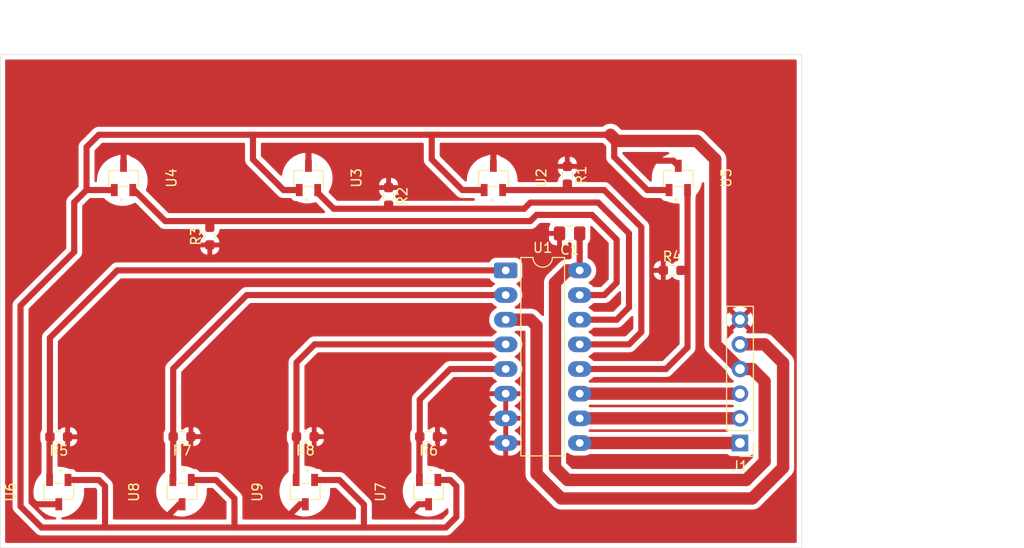
<source format=kicad_pcb>
(kicad_pcb (version 20241229) (generator "pcbnew") (generator_version "9.0")
  (layers (0 "F.Cu" signal) (2 "B.Cu" signal) (13 "F.Paste" user) (15 "B.Paste" user) (5 "F.SilkS" user "F.Silkscreen") (7 "B.SilkS" user "B.Silkscreen") (1 "F.Mask" user) (3 "B.Mask" user) (25 "Edge.Cuts" user))
  (net 0 "")
  (net 1 "+3.3V")
  (net 2 "GND")
  (net 3 "A")
  (net 4 "B")
  (net 5 "X")
  (net 6 "C")
  (net 7 "Net-(U1-X0)")
  (net 8 "Net-(U1-X1)")
  (net 9 "Net-(U1-X2)")
  (net 10 "Net-(U1-X3)")
  (net 11 "Net-(U1-X4)")
  (net 12 "Net-(U1-X5)")
  (net 13 "Net-(U1-X6)")
  (net 14 "Net-(U1-X7)")
  (footprint "Resistor_SMD:R_0603_1608Metric_Pad0.98x0.95mm_HandSolder" (layer "F.Cu") (at 84.455 65.405 -90)
    (property "Reference" "R2" (at 0 -1.43 90) (layer "F.SilkS"))
    (property "Value" "10k")
    (fp_line (start -0.254724 0.5225) (end 0.254724 0.5225) (stroke (width 0.12)) (layer "F.SilkS"))
    (fp_line (start -0.254724 -0.5225) (end 0.254724 -0.5225) (stroke (width 0.12)) (layer "F.SilkS"))
    (pad "1" smd roundrect (at -0.9125 0 270) (size 0.975 0.95) (layers "F.Cu" "F.Mask" "F.Paste") (net 2 "GND"))
    (pad "2" smd roundrect (at 0.9125 0 270) (size 0.975 0.95) (layers "F.Cu" "F.Mask" "F.Paste") (net 8 "Net-(U1-X1)"))
  )
  (footprint "easyeda2kicad:SOT-23-3_L2.9-W1.6-P1.90-LS2.8-BR-CW" (layer "F.Cu") (at 76.2 63.5 -90)
    (property "Reference" "U3" (at 0 -4.95 90) (layer "F.SilkS"))
    (property "Value" "SLSS49E-3")
    (fp_line (start -0.76 1.52) (end -0.76 0.51) (stroke (width 0.12)) (layer "F.SilkS"))
    (fp_line (start 0.89 1.52) (end -0.76 1.52) (stroke (width 0.12)) (layer "F.SilkS"))
    (fp_line (start 0.89 1.46) (end 0.89 1.52) (stroke (width 0.12)) (layer "F.SilkS"))
    (fp_line (start 0.89 -0.44) (end 0.89 0.43) (stroke (width 0.12)) (layer "F.SilkS"))
    (fp_line (start -0.76 -0.52) (end -0.76 -1.53) (stroke (width 0.12)) (layer "F.SilkS"))
    (fp_line (start -0.76 -1.53) (end 0.89 -1.53) (stroke (width 0.12)) (layer "F.SilkS"))
    (fp_line (start 0.89 -1.53) (end 0.89 -1.47) (stroke (width 0.12)) (layer "F.SilkS"))
    (fp_circle (center 2.23 0.2) (end 2.28 0.2) (stroke (width 0.12)) (fill no) (layer "F.SilkS"))
    (pad "1" smd rect (at 1.25 0.95 180) (size 0.7 1.25) (layers "F.Cu" "F.Mask" "F.Paste") (net 1 "+3.3V"))
    (pad "2" smd rect (at -1.25 0 180) (size 0.7 1.25) (layers "F.Cu" "F.Mask" "F.Paste") (net 2 "GND"))
    (pad "3" smd rect (at 1.25 -0.95 180) (size 0.7 1.25) (layers "F.Cu" "F.Mask" "F.Paste") (net 8 "Net-(U1-X1)"))
  )
  (footprint "Connector_PinHeader_2.54mm:PinHeader_1x06_P2.54mm_Vertical" (layer "F.Cu") (at 120.65 90.805 180)
    (property "Reference" "J1" (at 0 -2.38 0) (layer "F.SilkS"))
    (property "Value" "Conn_01x06_Pin")
    (fp_line (start 1.38 1.27) (end 1.38 14.08) (stroke (width 0.12)) (layer "F.SilkS"))
    (fp_line (start -1.38 14.08) (end 1.38 14.08) (stroke (width 0.12)) (layer "F.SilkS"))
    (fp_line (start -1.38 1.27) (end 1.38 1.27) (stroke (width 0.12)) (layer "F.SilkS"))
    (fp_line (start -1.38 1.27) (end -1.38 14.08) (stroke (width 0.12)) (layer "F.SilkS"))
    (fp_line (start -1.38 0) (end -1.38 -1.38) (stroke (width 0.12)) (layer "F.SilkS"))
    (fp_line (start -1.38 -1.38) (end 0 -1.38) (stroke (width 0.12)) (layer "F.SilkS"))
    (pad "1" thru_hole rect (at 0 0 180) (size 1.7 1.7) (drill 1) (layers "*.Cu" "*.Mask") (net 6 "C"))
    (pad "2" thru_hole circle (at 0 2.54 180) (size 1.7 1.7) (drill 1) (layers "*.Cu" "*.Mask") (net 4 "B"))
    (pad "3" thru_hole circle (at 0 5.08 180) (size 1.7 1.7) (drill 1) (layers "*.Cu" "*.Mask") (net 3 "A"))
    (pad "4" thru_hole circle (at 0 7.62 180) (size 1.7 1.7) (drill 1) (layers "*.Cu" "*.Mask") (net 1 "+3.3V"))
    (pad "5" thru_hole circle (at 0 10.16 180) (size 1.7 1.7) (drill 1) (layers "*.Cu" "*.Mask") (net 5 "X"))
    (pad "6" thru_hole circle (at 0 12.7 180) (size 1.7 1.7) (drill 1) (layers "*.Cu" "*.Mask") (net 2 "GND"))
  )
  (footprint "Resistor_SMD:R_0603_1608Metric_Pad0.98x0.95mm_HandSolder" (layer "F.Cu") (at 88.58 90.15 180)
    (property "Reference" "R6" (at 0 -1.43 0) (layer "F.SilkS"))
    (property "Value" "10k")
    (fp_line (start -0.254724 0.5225) (end 0.254724 0.5225) (stroke (width 0.12)) (layer "F.SilkS"))
    (fp_line (start -0.254724 -0.5225) (end 0.254724 -0.5225) (stroke (width 0.12)) (layer "F.SilkS"))
    (pad "1" smd roundrect (at -0.9125 0 180) (size 0.975 0.95) (layers "F.Cu" "F.Mask" "F.Paste") (net 2 "GND"))
    (pad "2" smd roundrect (at 0.9125 0 180) (size 0.975 0.95) (layers "F.Cu" "F.Mask" "F.Paste") (net 12 "Net-(U1-X5)"))
  )
  (footprint "easyeda2kicad:SOT-23-3_L2.9-W1.6-P1.90-LS2.8-BR-CW" (layer "F.Cu") (at 95.25 63.5 -90)
    (property "Reference" "U2" (at 0 -4.95 90) (layer "F.SilkS"))
    (property "Value" "SLSS49E-3")
    (fp_line (start -0.76 1.52) (end -0.76 0.51) (stroke (width 0.12)) (layer "F.SilkS"))
    (fp_line (start 0.89 1.52) (end -0.76 1.52) (stroke (width 0.12)) (layer "F.SilkS"))
    (fp_line (start 0.89 1.46) (end 0.89 1.52) (stroke (width 0.12)) (layer "F.SilkS"))
    (fp_line (start 0.89 -0.44) (end 0.89 0.43) (stroke (width 0.12)) (layer "F.SilkS"))
    (fp_line (start -0.76 -0.52) (end -0.76 -1.53) (stroke (width 0.12)) (layer "F.SilkS"))
    (fp_line (start -0.76 -1.53) (end 0.89 -1.53) (stroke (width 0.12)) (layer "F.SilkS"))
    (fp_line (start 0.89 -1.53) (end 0.89 -1.47) (stroke (width 0.12)) (layer "F.SilkS"))
    (fp_circle (center 2.23 0.2) (end 2.28 0.2) (stroke (width 0.12)) (fill no) (layer "F.SilkS"))
    (pad "1" smd rect (at 1.25 0.95 180) (size 0.7 1.25) (layers "F.Cu" "F.Mask" "F.Paste") (net 1 "+3.3V"))
    (pad "2" smd rect (at -1.25 0 180) (size 0.7 1.25) (layers "F.Cu" "F.Mask" "F.Paste") (net 2 "GND"))
    (pad "3" smd rect (at 1.25 -0.95 180) (size 0.7 1.25) (layers "F.Cu" "F.Mask" "F.Paste") (net 7 "Net-(U1-X0)"))
  )
  (footprint "Resistor_SMD:R_0603_1608Metric_Pad0.98x0.95mm_HandSolder" (layer "F.Cu") (at 50.48 90.17 180)
    (property "Reference" "R5" (at 0 -1.43 0) (layer "F.SilkS"))
    (property "Value" "10k")
    (fp_line (start -0.254724 0.5225) (end 0.254724 0.5225) (stroke (width 0.12)) (layer "F.SilkS"))
    (fp_line (start -0.254724 -0.5225) (end 0.254724 -0.5225) (stroke (width 0.12)) (layer "F.SilkS"))
    (pad "1" smd roundrect (at -0.9125 0 180) (size 0.975 0.95) (layers "F.Cu" "F.Mask" "F.Paste") (net 2 "GND"))
    (pad "2" smd roundrect (at 0.9125 0 180) (size 0.975 0.95) (layers "F.Cu" "F.Mask" "F.Paste") (net 11 "Net-(U1-X4)"))
  )
  (footprint "easyeda2kicad:SOT-23-3_L2.9-W1.6-P1.90-LS2.8-BR-CW" (layer "F.Cu") (at 50.48 95.865 90)
    (property "Reference" "U6" (at 0 -4.95 90) (layer "F.SilkS"))
    (property "Value" "SLSS49E-3")
    (fp_line (start 0.89 -1.53) (end 0.89 -1.47) (stroke (width 0.12)) (layer "F.SilkS"))
    (fp_line (start -0.76 -1.53) (end 0.89 -1.53) (stroke (width 0.12)) (layer "F.SilkS"))
    (fp_line (start -0.76 -0.52) (end -0.76 -1.53) (stroke (width 0.12)) (layer "F.SilkS"))
    (fp_line (start 0.89 -0.44) (end 0.89 0.43) (stroke (width 0.12)) (layer "F.SilkS"))
    (fp_line (start 0.89 1.46) (end 0.89 1.52) (stroke (width 0.12)) (layer "F.SilkS"))
    (fp_line (start 0.89 1.52) (end -0.76 1.52) (stroke (width 0.12)) (layer "F.SilkS"))
    (fp_line (start -0.76 1.52) (end -0.76 0.51) (stroke (width 0.12)) (layer "F.SilkS"))
    (fp_circle (center 2.23 0.2) (end 2.28 0.2) (stroke (width 0.12)) (fill no) (layer "F.SilkS"))
    (pad "1" smd rect (at 1.25 0.95) (size 0.7 1.25) (layers "F.Cu" "F.Mask" "F.Paste") (net 1 "+3.3V"))
    (pad "2" smd rect (at -1.25 0) (size 0.7 1.25) (layers "F.Cu" "F.Mask" "F.Paste") (net 2 "GND"))
    (pad "3" smd rect (at 1.25 -0.95) (size 0.7 1.25) (layers "F.Cu" "F.Mask" "F.Paste") (net 11 "Net-(U1-X4)"))
  )
  (footprint "Capacitor_SMD:C_0805_2012Metric_Pad1.18x1.45mm_HandSolder" (layer "F.Cu") (at 103.1025 69.215 180)
    (property "Reference" "C1" (at 0 -1.68 0) (layer "F.SilkS"))
    (property "Value" "C")
    (fp_line (start -0.261252 0.735) (end 0.261252 0.735) (stroke (width 0.12)) (layer "F.SilkS"))
    (fp_line (start -0.261252 -0.735) (end 0.261252 -0.735) (stroke (width 0.12)) (layer "F.SilkS"))
    (pad "1" smd roundrect (at -1.0375 0 180) (size 1.175 1.45) (layers "F.Cu" "F.Mask" "F.Paste") (roundrect_rratio 0.212766) (net 1 "+3.3V"))
    (pad "2" smd roundrect (at 1.0375 0 180) (size 1.175 1.45) (layers "F.Cu" "F.Mask" "F.Paste") (roundrect_rratio 0.212766) (net 2 "GND"))
  )
  (footprint "Resistor_SMD:R_0603_1608Metric_Pad0.98x0.95mm_HandSolder" (layer "F.Cu") (at 113.665 73.025)
    (property "Reference" "R4" (at 0 -1.43 0) (layer "F.SilkS"))
    (property "Value" "10k")
    (fp_line (start -0.254724 -0.5225) (end 0.254724 -0.5225) (stroke (width 0.12)) (layer "F.SilkS"))
    (fp_line (start -0.254724 0.5225) (end 0.254724 0.5225) (stroke (width 0.12)) (layer "F.SilkS"))
    (pad "1" smd roundrect (at -0.9125 0) (size 0.975 0.95) (layers "F.Cu" "F.Mask" "F.Paste") (net 2 "GND"))
    (pad "2" smd roundrect (at 0.9125 0) (size 0.975 0.95) (layers "F.Cu" "F.Mask" "F.Paste") (net 10 "Net-(U1-X3)"))
  )
  (footprint "easyeda2kicad:SOT-23-3_L2.9-W1.6-P1.90-LS2.8-BR-CW" (layer "F.Cu") (at 63.18 95.865 90)
    (property "Reference" "U8" (at 0 -4.95 90) (layer "F.SilkS"))
    (property "Value" "SLSS49E-3")
    (fp_line (start 0.89 -1.53) (end 0.89 -1.47) (stroke (width 0.12)) (layer "F.SilkS"))
    (fp_line (start -0.76 -1.53) (end 0.89 -1.53) (stroke (width 0.12)) (layer "F.SilkS"))
    (fp_line (start -0.76 -0.52) (end -0.76 -1.53) (stroke (width 0.12)) (layer "F.SilkS"))
    (fp_line (start 0.89 -0.44) (end 0.89 0.43) (stroke (width 0.12)) (layer "F.SilkS"))
    (fp_line (start 0.89 1.46) (end 0.89 1.52) (stroke (width 0.12)) (layer "F.SilkS"))
    (fp_line (start 0.89 1.52) (end -0.76 1.52) (stroke (width 0.12)) (layer "F.SilkS"))
    (fp_line (start -0.76 1.52) (end -0.76 0.51) (stroke (width 0.12)) (layer "F.SilkS"))
    (fp_circle (center 2.23 0.2) (end 2.28 0.2) (stroke (width 0.12)) (fill no) (layer "F.SilkS"))
    (pad "1" smd rect (at 1.25 0.95) (size 0.7 1.25) (layers "F.Cu" "F.Mask" "F.Paste") (net 1 "+3.3V"))
    (pad "2" smd rect (at -1.25 0) (size 0.7 1.25) (layers "F.Cu" "F.Mask" "F.Paste") (net 2 "GND"))
    (pad "3" smd rect (at 1.25 -0.95) (size 0.7 1.25) (layers "F.Cu" "F.Mask" "F.Paste") (net 13 "Net-(U1-X6)"))
  )
  (footprint "Resistor_SMD:R_0603_1608Metric_Pad0.98x0.95mm_HandSolder" (layer "F.Cu") (at 66.04 69.4925 90)
    (property "Reference" "R3" (at 0 -1.43 90) (layer "F.SilkS"))
    (property "Value" "10k")
    (fp_line (start -0.254724 -0.5225) (end 0.254724 -0.5225) (stroke (width 0.12)) (layer "F.SilkS"))
    (fp_line (start -0.254724 0.5225) (end 0.254724 0.5225) (stroke (width 0.12)) (layer "F.SilkS"))
    (pad "1" smd roundrect (at -0.9125 0 90) (size 0.975 0.95) (layers "F.Cu" "F.Mask" "F.Paste") (net 2 "GND"))
    (pad "2" smd roundrect (at 0.9125 0 90) (size 0.975 0.95) (layers "F.Cu" "F.Mask" "F.Paste") (net 9 "Net-(U1-X2)"))
  )
  (footprint "easyeda2kicad:SOT-23-3_L2.9-W1.6-P1.90-LS2.8-BR-CW" (layer "F.Cu") (at 114.3 63.5 -90)
    (property "Reference" "U5" (at 0 -4.95 90) (layer "F.SilkS"))
    (property "Value" "SLSS49E-3")
    (fp_line (start -0.76 1.52) (end -0.76 0.51) (stroke (width 0.12)) (layer "F.SilkS"))
    (fp_line (start 0.89 1.52) (end -0.76 1.52) (stroke (width 0.12)) (layer "F.SilkS"))
    (fp_line (start 0.89 1.46) (end 0.89 1.52) (stroke (width 0.12)) (layer "F.SilkS"))
    (fp_line (start 0.89 -0.44) (end 0.89 0.43) (stroke (width 0.12)) (layer "F.SilkS"))
    (fp_line (start -0.76 -0.52) (end -0.76 -1.53) (stroke (width 0.12)) (layer "F.SilkS"))
    (fp_line (start -0.76 -1.53) (end 0.89 -1.53) (stroke (width 0.12)) (layer "F.SilkS"))
    (fp_line (start 0.89 -1.53) (end 0.89 -1.47) (stroke (width 0.12)) (layer "F.SilkS"))
    (fp_circle (center 2.23 0.2) (end 2.28 0.2) (stroke (width 0.12)) (fill no) (layer "F.SilkS"))
    (pad "1" smd rect (at 1.25 0.95 180) (size 0.7 1.25) (layers "F.Cu" "F.Mask" "F.Paste") (net 1 "+3.3V"))
    (pad "2" smd rect (at -1.25 0 180) (size 0.7 1.25) (layers "F.Cu" "F.Mask" "F.Paste") (net 2 "GND"))
    (pad "3" smd rect (at 1.25 -0.95 180) (size 0.7 1.25) (layers "F.Cu" "F.Mask" "F.Paste") (net 10 "Net-(U1-X3)"))
  )
  (footprint "easyeda2kicad:SOT-23-3_L2.9-W1.6-P1.90-LS2.8-BR-CW" (layer "F.Cu") (at 57.15 63.5 -90)
    (property "Reference" "U4" (at 0 -4.95 90) (layer "F.SilkS"))
    (property "Value" "SLSS49E-3")
    (fp_line (start -0.76 1.52) (end -0.76 0.51) (stroke (width 0.12)) (layer "F.SilkS"))
    (fp_line (start 0.89 1.52) (end -0.76 1.52) (stroke (width 0.12)) (layer "F.SilkS"))
    (fp_line (start 0.89 1.46) (end 0.89 1.52) (stroke (width 0.12)) (layer "F.SilkS"))
    (fp_line (start 0.89 -0.44) (end 0.89 0.43) (stroke (width 0.12)) (layer "F.SilkS"))
    (fp_line (start -0.76 -0.52) (end -0.76 -1.53) (stroke (width 0.12)) (layer "F.SilkS"))
    (fp_line (start -0.76 -1.53) (end 0.89 -1.53) (stroke (width 0.12)) (layer "F.SilkS"))
    (fp_line (start 0.89 -1.53) (end 0.89 -1.47) (stroke (width 0.12)) (layer "F.SilkS"))
    (fp_circle (center 2.23 0.2) (end 2.28 0.2) (stroke (width 0.12)) (fill no) (layer "F.SilkS"))
    (pad "1" smd rect (at 1.25 0.95 180) (size 0.7 1.25) (layers "F.Cu" "F.Mask" "F.Paste") (net 1 "+3.3V"))
    (pad "2" smd rect (at -1.25 0 180) (size 0.7 1.25) (layers "F.Cu" "F.Mask" "F.Paste") (net 2 "GND"))
    (pad "3" smd rect (at 1.25 -0.95 180) (size 0.7 1.25) (layers "F.Cu" "F.Mask" "F.Paste") (net 9 "Net-(U1-X2)"))
  )
  (footprint "easyeda2kicad:SOT-23-3_L2.9-W1.6-P1.90-LS2.8-BR-CW" (layer "F.Cu") (at 88.58 95.865 90)
    (property "Reference" "U7" (at 0 -4.95 90) (layer "F.SilkS"))
    (property "Value" "SLSS49E-3")
    (fp_line (start 0.89 -1.53) (end 0.89 -1.47) (stroke (width 0.12)) (layer "F.SilkS"))
    (fp_line (start -0.76 -1.53) (end 0.89 -1.53) (stroke (width 0.12)) (layer "F.SilkS"))
    (fp_line (start -0.76 -0.52) (end -0.76 -1.53) (stroke (width 0.12)) (layer "F.SilkS"))
    (fp_line (start 0.89 -0.44) (end 0.89 0.43) (stroke (width 0.12)) (layer "F.SilkS"))
    (fp_line (start 0.89 1.46) (end 0.89 1.52) (stroke (width 0.12)) (layer "F.SilkS"))
    (fp_line (start 0.89 1.52) (end -0.76 1.52) (stroke (width 0.12)) (layer "F.SilkS"))
    (fp_line (start -0.76 1.52) (end -0.76 0.51) (stroke (width 0.12)) (layer "F.SilkS"))
    (fp_circle (center 2.23 0.2) (end 2.28 0.2) (stroke (width 0.12)) (fill no) (layer "F.SilkS"))
    (pad "1" smd rect (at 1.25 0.95) (size 0.7 1.25) (layers "F.Cu" "F.Mask" "F.Paste") (net 1 "+3.3V"))
    (pad "2" smd rect (at -1.25 0) (size 0.7 1.25) (layers "F.Cu" "F.Mask" "F.Paste") (net 2 "GND"))
    (pad "3" smd rect (at 1.25 -0.95) (size 0.7 1.25) (layers "F.Cu" "F.Mask" "F.Paste") (net 12 "Net-(U1-X5)"))
  )
  (footprint "Resistor_SMD:R_0603_1608Metric_Pad0.98x0.95mm_HandSolder" (layer "F.Cu") (at 75.88 90.15 180)
    (property "Reference" "R8" (at 0 -1.43 0) (layer "F.SilkS"))
    (property "Value" "10k")
    (fp_line (start -0.254724 0.5225) (end 0.254724 0.5225) (stroke (width 0.12)) (layer "F.SilkS"))
    (fp_line (start -0.254724 -0.5225) (end 0.254724 -0.5225) (stroke (width 0.12)) (layer "F.SilkS"))
    (pad "1" smd roundrect (at -0.9125 0 180) (size 0.975 0.95) (layers "F.Cu" "F.Mask" "F.Paste") (net 2 "GND"))
    (pad "2" smd roundrect (at 0.9125 0 180) (size 0.975 0.95) (layers "F.Cu" "F.Mask" "F.Paste") (net 14 "Net-(U1-X7)"))
  )
  (footprint "easyeda2kicad:SOT-23-3_L2.9-W1.6-P1.90-LS2.8-BR-CW" (layer "F.Cu") (at 75.88 95.865 90)
    (property "Reference" "U9" (at 0 -4.95 90) (layer "F.SilkS"))
    (property "Value" "SLSS49E-3")
    (fp_line (start 0.89 -1.53) (end 0.89 -1.47) (stroke (width 0.12)) (layer "F.SilkS"))
    (fp_line (start -0.76 -1.53) (end 0.89 -1.53) (stroke (width 0.12)) (layer "F.SilkS"))
    (fp_line (start -0.76 -0.52) (end -0.76 -1.53) (stroke (width 0.12)) (layer "F.SilkS"))
    (fp_line (start 0.89 -0.44) (end 0.89 0.43) (stroke (width 0.12)) (layer "F.SilkS"))
    (fp_line (start 0.89 1.46) (end 0.89 1.52) (stroke (width 0.12)) (layer "F.SilkS"))
    (fp_line (start 0.89 1.52) (end -0.76 1.52) (stroke (width 0.12)) (layer "F.SilkS"))
    (fp_line (start -0.76 1.52) (end -0.76 0.51) (stroke (width 0.12)) (layer "F.SilkS"))
    (fp_circle (center 2.23 0.2) (end 2.28 0.2) (stroke (width 0.12)) (fill no) (layer "F.SilkS"))
    (pad "1" smd rect (at 1.25 0.95) (size 0.7 1.25) (layers "F.Cu" "F.Mask" "F.Paste") (net 1 "+3.3V"))
    (pad "2" smd rect (at -1.25 0) (size 0.7 1.25) (layers "F.Cu" "F.Mask" "F.Paste") (net 2 "GND"))
    (pad "3" smd rect (at 1.25 -0.95) (size 0.7 1.25) (layers "F.Cu" "F.Mask" "F.Paste") (net 14 "Net-(U1-X7)"))
  )
  (footprint "Resistor_SMD:R_0603_1608Metric_Pad0.98x0.95mm_HandSolder" (layer "F.Cu") (at 102.87 63.2225 -90)
    (property "Reference" "R1" (at 0 -1.43 90) (layer "F.SilkS"))
    (property "Value" "10k")
    (fp_line (start -0.254724 0.5225) (end 0.254724 0.5225) (stroke (width 0.12)) (layer "F.SilkS"))
    (fp_line (start -0.254724 -0.5225) (end 0.254724 -0.5225) (stroke (width 0.12)) (layer "F.SilkS"))
    (pad "1" smd roundrect (at -0.9125 0 270) (size 0.975 0.95) (layers "F.Cu" "F.Mask" "F.Paste") (net 2 "GND"))
    (pad "2" smd roundrect (at 0.9125 0 270) (size 0.975 0.95) (layers "F.Cu" "F.Mask" "F.Paste") (net 7 "Net-(U1-X0)"))
  )
  (footprint "Resistor_SMD:R_0603_1608Metric_Pad0.98x0.95mm_HandSolder" (layer "F.Cu") (at 63.18 90.15 180)
    (property "Reference" "R7" (at 0 -1.43 0) (layer "F.SilkS"))
    (property "Value" "10k")
    (fp_line (start -0.254724 0.5225) (end 0.254724 0.5225) (stroke (width 0.12)) (layer "F.SilkS"))
    (fp_line (start -0.254724 -0.5225) (end 0.254724 -0.5225) (stroke (width 0.12)) (layer "F.SilkS"))
    (pad "1" smd roundrect (at -0.9125 0 180) (size 0.975 0.95) (layers "F.Cu" "F.Mask" "F.Paste") (net 2 "GND"))
    (pad "2" smd roundrect (at 0.9125 0 180) (size 0.975 0.95) (layers "F.Cu" "F.Mask" "F.Paste") (net 13 "Net-(U1-X6)"))
  )
  (footprint "Package_DIP:DIP-16_W7.62mm_LongPads" (layer "F.Cu") (at 96.52 73.025)
    (property "Reference" "U1" (at 3.81 -2.33 0) (layer "F.SilkS"))
    (property "Value" "4051")
    (fp_line (start 1.56 -1.33) (end 1.56 19.11) (stroke (width 0.12)) (layer "F.SilkS"))
    (fp_line (start 1.56 19.11) (end 6.06 19.11) (stroke (width 0.12)) (layer "F.SilkS"))
    (fp_line (start 2.81 -1.33) (end 1.56 -1.33) (stroke (width 0.12)) (layer "F.SilkS"))
    (fp_line (start 6.06 -1.33) (end 4.81 -1.33) (stroke (width 0.12)) (layer "F.SilkS"))
    (fp_line (start 6.06 19.11) (end 6.06 -1.33) (stroke (width 0.12)) (layer "F.SilkS"))
    (fp_arc (start 4.81 -1.33) (mid 3.81 -0.33) (end 2.81 -1.33) (stroke (width 0.12)) (layer "F.SilkS"))
    (pad "1" thru_hole roundrect (at 0 0) (size 2.4 1.6) (drill 0.8) (layers "*.Cu" "*.Mask") (roundrect_rratio 0.15625) (net 11 "Net-(U1-X4)"))
    (pad "2" thru_hole oval (at 0 2.54) (size 2.4 1.6) (drill 0.8) (layers "*.Cu" "*.Mask") (net 13 "Net-(U1-X6)"))
    (pad "3" thru_hole oval (at 0 5.08) (size 2.4 1.6) (drill 0.8) (layers "*.Cu" "*.Mask") (net 5 "X"))
    (pad "4" thru_hole oval (at 0 7.62) (size 2.4 1.6) (drill 0.8) (layers "*.Cu" "*.Mask") (net 14 "Net-(U1-X7)"))
    (pad "5" thru_hole oval (at 0 10.16) (size 2.4 1.6) (drill 0.8) (layers "*.Cu" "*.Mask") (net 12 "Net-(U1-X5)"))
    (pad "6" thru_hole oval (at 0 12.7) (size 2.4 1.6) (drill 0.8) (layers "*.Cu" "*.Mask") (net 2 "GND"))
    (pad "7" thru_hole oval (at 0 15.24) (size 2.4 1.6) (drill 0.8) (layers "*.Cu" "*.Mask") (net 2 "GND"))
    (pad "8" thru_hole oval (at 0 17.78) (size 2.4 1.6) (drill 0.8) (layers "*.Cu" "*.Mask") (net 2 "GND"))
    (pad "9" thru_hole oval (at 7.62 17.78) (size 2.4 1.6) (drill 0.8) (layers "*.Cu" "*.Mask") (net 6 "C"))
    (pad "10" thru_hole oval (at 7.62 15.24) (size 2.4 1.6) (drill 0.8) (layers "*.Cu" "*.Mask") (net 4 "B"))
    (pad "11" thru_hole oval (at 7.62 12.7) (size 2.4 1.6) (drill 0.8) (layers "*.Cu" "*.Mask") (net 3 "A"))
    (pad "12" thru_hole oval (at 7.62 10.16) (size 2.4 1.6) (drill 0.8) (layers "*.Cu" "*.Mask") (net 10 "Net-(U1-X3)"))
    (pad "13" thru_hole oval (at 7.62 7.62) (size 2.4 1.6) (drill 0.8) (layers "*.Cu" "*.Mask") (net 7 "Net-(U1-X0)"))
    (pad "14" thru_hole oval (at 7.62 5.08) (size 2.4 1.6) (drill 0.8) (layers "*.Cu" "*.Mask") (net 8 "Net-(U1-X1)"))
    (pad "15" thru_hole oval (at 7.62 2.54) (size 2.4 1.6) (drill 0.8) (layers "*.Cu" "*.Mask") (net 9 "Net-(U1-X2)"))
    (pad "16" thru_hole oval (at 7.62 0) (size 2.4 1.6) (drill 0.8) (layers "*.Cu" "*.Mask") (net 1 "+3.3V"))
  )
  (gr_rect (start 44.45 50.8) (end 127 101.6) (stroke (width 0.05)) (fill no) (layer "Edge.Cuts"))
  (segment (start 52.07 71.12) (end 52.07 66.02) (width 0.635) (layer "F.Cu") (net 1))
  (segment (start 118.11 80.645) (end 118.11 61.595) (width 1.27) (layer "F.Cu") (net 1))
  (segment (start 104.14 69.215) (end 104.14 71.12) (width 0.635) (layer "F.Cu") (net 1))
  (segment (start 76.83 94.615) (end 79.375 94.615) (width 0.635) (layer "F.Cu") (net 1))
  (segment (start 113.35 64.75) (end 111.105 64.75) (width 0.635) (layer "F.Cu") (net 1))
  (segment (start 53.34 64.75) (end 56.2 64.75) (width 0.635) (layer "F.Cu") (net 1))
  (segment (start 70.485 61.595) (end 70.485 59.055) (width 0.635) (layer "F.Cu") (net 1))
  (segment (start 66.675 94.615) (end 68.58 96.52) (width 0.635) (layer "F.Cu") (net 1))
  (segment (start 107.696 59.436) (end 107.315 59.055) (width 0.635) (layer "F.Cu") (net 1))
  (segment (start 107.95 59.69) (end 107.315 59.055) (width 1.27) (layer "F.Cu") (net 1))
  (segment (start 107.315 59.055) (end 88.9 59.055) (width 0.635) (layer "F.Cu") (net 1))
  (segment (start 91.44 98.425) (end 90.3535 99.5115) (width 0.635) (layer "F.Cu") (net 1))
  (segment (start 53.34 63.5) (end 53.34 64.75) (width 0.635) (layer "F.Cu") (net 1))
  (segment (start 118.11 61.595) (end 116.205 59.69) (width 1.27) (layer "F.Cu") (net 1))
  (segment (start 91.44 95.25) (end 91.44 98.425) (width 0.635) (layer "F.Cu") (net 1))
  (segment (start 55.245 95.25) (end 54.61 94.615) (width 0.635) (layer "F.Cu") (net 1))
  (segment (start 54.61 59.055) (end 53.34 60.325) (width 0.635) (layer "F.Cu") (net 1))
  (segment (start 88.9 61.595) (end 88.9 59.055) (width 0.635) (layer "F.Cu") (net 1))
  (segment (start 94.3 64.75) (end 92.055 64.75) (width 0.635) (layer "F.Cu") (net 1))
  (segment (start 123.19 84.455) (end 123.19 92.71) (width 1.27) (layer "F.Cu") (net 1))
  (segment (start 70.485 59.055) (end 54.61 59.055) (width 0.635) (layer "F.Cu") (net 1))
  (segment (start 89.53 94.615) (end 90.805 94.615) (width 0.635) (layer "F.Cu") (net 1))
  (segment (start 46.5385 97.3385) (end 46.5385 76.6515) (width 0.635) (layer "F.Cu") (net 1))
  (segment (start 102.87 73.025) (end 104.14 73.025) (width 1.27) (layer "F.Cu") (net 1))
  (segment (start 48.7115 99.5115) (end 46.5385 97.3385) (width 0.635) (layer "F.Cu") (net 1))
  (segment (start 116.205 59.69) (end 107.95 59.69) (width 1.27) (layer "F.Cu") (net 1))
  (segment (start 64.13 94.615) (end 66.675 94.615) (width 0.635) (layer "F.Cu") (net 1))
  (segment (start 90.3535 99.5115) (end 81.915 99.5115) (width 0.635) (layer "F.Cu") (net 1))
  (segment (start 121.285 94.615) (end 102.87 94.615) (width 1.27) (layer "F.Cu") (net 1))
  (segment (start 90.805 94.615) (end 91.44 95.25) (width 0.635) (layer "F.Cu") (net 1))
  (segment (start 53.34 60.325) (end 53.34 63.5) (width 0.635) (layer "F.Cu") (net 1))
  (segment (start 107.696 61.341) (end 107.696 59.436) (width 0.635) (layer "F.Cu") (net 1))
  (segment (start 81.915 97.155) (end 81.915 99.5115) (width 0.635) (layer "F.Cu") (net 1))
  (segment (start 120.65 83.185) (end 121.92 83.185) (width 1.27) (layer "F.Cu") (net 1))
  (segment (start 102.87 94.615) (end 101.6 93.345) (width 1.27) (layer "F.Cu") (net 1))
  (segment (start 92.055 64.75) (end 88.9 61.595) (width 0.635) (layer "F.Cu") (net 1))
  (segment (start 46.5385 76.6515) (end 52.07 71.12) (width 0.635) (layer "F.Cu") (net 1))
  (segment (start 123.19 92.71) (end 121.285 94.615) (width 1.27) (layer "F.Cu") (net 1))
  (segment (start 121.92 83.185) (end 123.19 84.455) (width 1.27) (layer "F.Cu") (net 1))
  (segment (start 111.105 64.75) (end 107.696 61.341) (width 0.635) (layer "F.Cu") (net 1))
  (segment (start 101.6 74.295) (end 102.87 73.025) (width 1.27) (layer "F.Cu") (net 1))
  (segment (start 55.245 99.5115) (end 55.245 95.25) (width 0.635) (layer "F.Cu") (net 1))
  (segment (start 75.25 64.75) (end 73.64 64.75) (width 0.635) (layer "F.Cu") (net 1))
  (segment (start 104.14 71.12) (end 104.14 73.025) (width 0.635) (layer "F.Cu") (net 1))
  (segment (start 52.07 66.02) (end 53.34 64.75) (width 0.635) (layer "F.Cu") (net 1))
  (segment (start 68.58 99.5115) (end 55.245 99.5115) (width 0.635) (layer "F.Cu") (net 1))
  (segment (start 81.915 99.5115) (end 68.58 99.5115) (width 0.635) (layer "F.Cu") (net 1))
  (segment (start 68.58 96.52) (end 68.58 99.5115) (width 0.635) (layer "F.Cu") (net 1))
  (segment (start 79.375 94.615) (end 81.915 97.155) (width 0.635) (layer "F.Cu") (net 1))
  (segment (start 120.65 83.185) (end 118.11 80.645) (width 1.27) (layer "F.Cu") (net 1))
  (segment (start 88.9 59.055) (end 70.485 59.055) (width 0.635) (layer "F.Cu") (net 1))
  (segment (start 73.64 64.75) (end 70.485 61.595) (width 0.635) (layer "F.Cu") (net 1))
  (segment (start 101.6 93.345) (end 101.6 74.295) (width 1.27) (layer "F.Cu") (net 1))
  (segment (start 54.61 94.615) (end 51.43 94.615) (width 0.635) (layer "F.Cu") (net 1))
  (segment (start 55.245 99.5115) (end 48.7115 99.5115) (width 0.635) (layer "F.Cu") (net 1))
  (segment (start 88.58 97.115) (end 87.543 97.115) (width 0.635) (layer "F.Cu") (net 2))
  (segment (start 75.88 97.115) (end 75.351 97.115) (width 0.635) (layer "F.Cu") (net 2))
  (segment (start 75.351 97.115) (end 74.422 98.044) (width 0.635) (layer "F.Cu") (net 2))
  (segment (start 63.18 97.115) (end 62.905 97.115) (width 0.635) (layer "F.Cu") (net 2))
  (segment (start 87.543 97.115) (end 86.614 98.044) (width 0.635) (layer "F.Cu") (net 2))
  (segment (start 57.15 62.25) (end 57.15 60.706) (width 0.635) (layer "F.Cu") (net 2))
  (segment (start 48.093 97.115) (end 47.752 96.774) (width 0.635) (layer "F.Cu") (net 2))
  (segment (start 76.2 62.25) (end 76.2 60.706) (width 0.635) (layer "F.Cu") (net 2))
  (segment (start 113.772 61.722) (end 111.252 61.722) (width 0.635) (layer "F.Cu") (net 2))
  (segment (start 62.905 97.115) (end 61.976 98.044) (width 0.635) (layer "F.Cu") (net 2))
  (segment (start 95.25 62.25) (end 95.25 60.452) (width 0.635) (layer "F.Cu") (net 2))
  (segment (start 50.48 97.115) (end 48.093 97.115) (width 0.635) (layer "F.Cu") (net 2))
  (segment (start 114.3 62.25) (end 113.772 61.722) (width 0.635) (layer "F.Cu") (net 2))
  (segment (start 104.14 85.725) (end 120.65 85.725) (width 1.27) (layer "F.Cu") (net 3))
  (segment (start 104.14 88.265) (end 120.65 88.265) (width 1.27) (layer "F.Cu") (net 4))
  (segment (start 125.095 93.345) (end 125.095 82.55) (width 1.27) (layer "F.Cu") (net 5))
  (segment (start 102.235 96.52) (end 121.92 96.52) (width 1.27) (layer "F.Cu") (net 5))
  (segment (start 121.92 96.52) (end 125.095 93.345) (width 1.27) (layer "F.Cu") (net 5))
  (segment (start 99.06 78.105) (end 99.695 78.74) (width 1.27) (layer "F.Cu") (net 5))
  (segment (start 96.52 78.105) (end 99.06 78.105) (width 1.27) (layer "F.Cu") (net 5))
  (segment (start 123.19 80.645) (end 120.65 80.645) (width 1.27) (layer "F.Cu") (net 5))
  (segment (start 125.095 82.55) (end 123.19 80.645) (width 1.27) (layer "F.Cu") (net 5))
  (segment (start 99.695 78.74) (end 99.695 93.98) (width 1.27) (layer "F.Cu") (net 5))
  (segment (start 99.695 93.98) (end 102.235 96.52) (width 1.27) (layer "F.Cu") (net 5))
  (segment (start 104.14 90.805) (end 120.65 90.805) (width 1.27) (layer "F.Cu") (net 6))
  (segment (start 106.66 64.75) (end 110.49 68.58) (width 0.635) (layer "F.Cu") (net 7))
  (segment (start 96.2 64.75) (end 106.66 64.75) (width 0.635) (layer "F.Cu") (net 7))
  (segment (start 109.22 80.645) (end 104.14 80.645) (width 0.635) (layer "F.Cu") (net 7))
  (segment (start 110.49 79.375) (end 109.22 80.645) (width 0.635) (layer "F.Cu") (net 7))
  (segment (start 110.49 68.58) (end 110.49 79.375) (width 0.635) (layer "F.Cu") (net 7))
  (segment (start 78.8 66.675) (end 98.425 66.675) (width 0.635) (layer "F.Cu") (net 8))
  (segment (start 77.15 65.025) (end 78.8 66.675) (width 0.635) (layer "F.Cu") (net 8))
  (segment (start 109.22 69.215) (end 109.22 76.835) (width 0.635) (layer "F.Cu") (net 8))
  (segment (start 106.045 66.04) (end 109.22 69.215) (width 0.635) (layer "F.Cu") (net 8))
  (segment (start 107.95 78.105) (end 104.14 78.105) (width 0.635) (layer "F.Cu") (net 8))
  (segment (start 98.425 66.675) (end 99.06 66.04) (width 0.635) (layer "F.Cu") (net 8))
  (segment (start 77.15 64.75) (end 77.15 65.025) (width 0.635) (layer "F.Cu") (net 8))
  (segment (start 109.22 76.835) (end 107.95 78.105) (width 0.635) (layer "F.Cu") (net 8))
  (segment (start 99.06 66.04) (end 106.045 66.04) (width 0.635) (layer "F.Cu") (net 8))
  (segment (start 58.24125 64.75) (end 58.1 64.75) (width 0.635) (layer "F.Cu") (net 9))
  (segment (start 61.43625 67.945) (end 58.24125 64.75) (width 0.635) (layer "F.Cu") (net 9))
  (segment (start 107.95 69.85) (end 105.41 67.31) (width 0.635) (layer "F.Cu") (net 9))
  (segment (start 99.695 67.31) (end 99.06 67.945) (width 0.635) (layer "F.Cu") (net 9))
  (segment (start 104.14 75.565) (end 106.68 75.565) (width 0.635) (layer "F.Cu") (net 9))
  (segment (start 99.06 67.945) (end 61.43625 67.945) (width 0.635) (layer "F.Cu") (net 9))
  (segment (start 106.68 75.565) (end 107.95 74.295) (width 0.635) (layer "F.Cu") (net 9))
  (segment (start 107.95 74.295) (end 107.95 69.85) (width 0.635) (layer "F.Cu") (net 9))
  (segment (start 105.41 67.31) (end 99.695 67.31) (width 0.635) (layer "F.Cu") (net 9))
  (segment (start 104.14 83.185) (end 113.03 83.185) (width 0.635) (layer "F.Cu") (net 10))
  (segment (start 115.25 80.965) (end 115.25 64.75) (width 0.635) (layer "F.Cu") (net 10))
  (segment (start 113.03 83.185) (end 115.25 80.965) (width 0.635) (layer "F.Cu") (net 10))
  (segment (start 49.53 90.2075) (end 49.5675 90.17) (width 0.635) (layer "F.Cu") (net 11))
  (segment (start 49.5675 90.17) (end 49.5675 79.9725) (width 0.635) (layer "F.Cu") (net 11))
  (segment (start 49.5675 79.9725) (end 56.515 73.025) (width 0.635) (layer "F.Cu") (net 11))
  (segment (start 49.53 94.615) (end 49.53 90.2075) (width 0.635) (layer "F.Cu") (net 11))
  (segment (start 56.515 73.025) (end 96.52 73.025) (width 0.635) (layer "F.Cu") (net 11))
  (segment (start 87.6675 86.3225) (end 90.805 83.185) (width 0.635) (layer "F.Cu") (net 12))
  (segment (start 87.63 90.1875) (end 87.6675 90.15) (width 0.635) (layer "F.Cu") (net 12))
  (segment (start 90.805 83.185) (end 96.52 83.185) (width 0.635) (layer "F.Cu") (net 12))
  (segment (start 87.6675 90.15) (end 87.6675 86.3225) (width 0.635) (layer "F.Cu") (net 12))
  (segment (start 87.63 94.615) (end 87.63 90.1875) (width 0.635) (layer "F.Cu") (net 12))
  (segment (start 62.2675 90.15) (end 62.2675 94.5775) (width 0.635) (layer "F.Cu") (net 13))
  (segment (start 62.2675 94.5775) (end 62.23 94.615) (width 0.635) (layer "F.Cu") (net 13))
  (segment (start 62.2675 83.1475) (end 69.85 75.565) (width 0.635) (layer "F.Cu") (net 13))
  (segment (start 69.85 75.565) (end 96.52 75.565) (width 0.635) (layer "F.Cu") (net 13))
  (segment (start 62.2675 90.15) (end 62.2675 83.1475) (width 0.635) (layer "F.Cu") (net 13))
  (segment (start 76.835 80.645) (end 96.52 80.645) (width 0.635) (layer "F.Cu") (net 14))
  (segment (start 74.9675 94.5775) (end 74.93 94.615) (width 0.635) (layer "F.Cu") (net 14))
  (segment (start 74.9675 82.5125) (end 76.835 80.645) (width 0.635) (layer "F.Cu") (net 14))
  (segment (start 74.9675 90.15) (end 74.9675 94.5775) (width 0.635) (layer "F.Cu") (net 14))
  (segment (start 74.9675 90.15) (end 74.9675 82.5125) (width 0.635) (layer "F.Cu") (net 14))
  (zone (net 0) (net_name "") (layer "F.Cu") (connect_pads (clearance 0)) (min_thickness 0.25)
    (keepout (tracks allowed) (vias allowed) (pads allowed) (copperpour not_allowed) (footprints allowed))
    (fill (thermal_gap 0.5) (thermal_bridge_width 0.5))
    (polygon (pts (xy 116.780579 63.37079) (xy 116.747806 63.079927) (xy 116.682674 62.794562) (xy 116.586 62.518284) (xy 116.459 62.254567) (xy 116.303272 62.006727) (xy 116.120775 61.777882) (xy 115.913802 61.570909) (xy 115.684957 61.388412) (xy 115.437117 61.232684) (xy 115.1734 61.105684) (xy 114.897122 61.00901) (xy 114.611757 60.943878) (xy 114.320894 60.911105) (xy 114.02819 60.911105) (xy 113.737327 60.943878) (xy 113.451962 61.00901) (xy 113.175684 61.105684) (xy 112.911967 61.232684) (xy 112.664127 61.388412) (xy 112.435282 61.570909) (xy 112.228309 61.777882) (xy 112.045812 62.006727) (xy 111.890084 62.254567) (xy 111.763084 62.518284) (xy 111.66641 62.794562) (xy 111.601278 63.079927) (xy 111.568505 63.37079) (xy 111.568505 63.663494) (xy 111.601278 63.954357) (xy 111.66641 64.239722) (xy 111.763084 64.516) (xy 111.890084 64.779717) (xy 112.045812 65.027557) (xy 112.228309 65.256402) (xy 112.435282 65.463375) (xy 112.664127 65.645872) (xy 112.911967 65.8016) (xy 113.175684 65.9286) (xy 113.451962 66.025274) (xy 113.737327 66.090406) (xy 114.02819 66.123179) (xy 114.320894 66.123179) (xy 114.611757 66.090406) (xy 114.897122 66.025274) (xy 115.1734 65.9286) (xy 115.437117 65.8016) (xy 115.684957 65.645872) (xy 115.913802 65.463375) (xy 116.120775 65.256402) (xy 116.303272 65.027557) (xy 116.459 64.779717) (xy 116.586 64.516) (xy 116.682674 64.239722) (xy 116.747806 63.954357) (xy 116.780579 63.663494)))
  )
  (zone (net 2) (net_name "GND") (layer "F.Cu") (connect_pads (clearance 0.5)) (min_thickness 0.25) (fill yes (thermal_gap 0.5) (thermal_bridge_width 0.5) (island_removal_mode 2) (island_area_min 3))
    (polygon (pts (xy 44.45 50.8) (xy 127 50.8) (xy 127 101.6) (xy 44.45 101.6)))
  )
  (zone (net 0) (net_name "") (layer "F.Cu") (connect_pads (clearance 0)) (min_thickness 0.25)
    (keepout (tracks allowed) (vias allowed) (pads allowed) (copperpour not_allowed) (footprints allowed))
    (fill (thermal_gap 0.5) (thermal_bridge_width 0.5))
    (polygon (pts (xy 53.086037 95.718648) (xy 53.053264 95.427785) (xy 52.988132 95.14242) (xy 52.891458 94.866142) (xy 52.764458 94.602425) (xy 52.60873 94.354585) (xy 52.426233 94.12574) (xy 52.21926 93.918767) (xy 51.990415 93.73627) (xy 51.742575 93.580542) (xy 51.478858 93.453542) (xy 51.20258 93.356868) (xy 50.917215 93.291736) (xy 50.626352 93.258963) (xy 50.333648 93.258963) (xy 50.042785 93.291736) (xy 49.75742 93.356868) (xy 49.481142 93.453542) (xy 49.217425 93.580542) (xy 48.969585 93.73627) (xy 48.74074 93.918767) (xy 48.533767 94.12574) (xy 48.35127 94.354585) (xy 48.195542 94.602425) (xy 48.068542 94.866142) (xy 47.971868 95.14242) (xy 47.906736 95.427785) (xy 47.873963 95.718648) (xy 47.873963 96.011352) (xy 47.906736 96.302215) (xy 47.971868 96.58758) (xy 48.068542 96.863858) (xy 48.195542 97.127575) (xy 48.35127 97.375415) (xy 48.533767 97.60426) (xy 48.74074 97.811233) (xy 48.969585 97.99373) (xy 49.217425 98.149458) (xy 49.481142 98.276458) (xy 49.75742 98.373132) (xy 50.042785 98.438264) (xy 50.333648 98.471037) (xy 50.626352 98.471037) (xy 50.917215 98.438264) (xy 51.20258 98.373132) (xy 51.478858 98.276458) (xy 51.742575 98.149458) (xy 51.990415 97.99373) (xy 52.21926 97.811233) (xy 52.426233 97.60426) (xy 52.60873 97.375415) (xy 52.764458 97.127575) (xy 52.891458 96.863858) (xy 52.988132 96.58758) (xy 53.053264 96.302215) (xy 53.086037 96.011352) (xy 53.086037 95.718648)))
  )
  (zone (net 0) (net_name "") (layer "F.Cu") (connect_pads (clearance 0)) (min_thickness 0.25)
    (keepout (tracks allowed) (vias allowed) (pads allowed) (copperpour not_allowed) (footprints allowed))
    (fill (thermal_gap 0.5) (thermal_bridge_width 0.5))
    (polygon (pts (xy 59.630579 63.62479) (xy 59.597806 63.333927) (xy 59.532674 63.048562) (xy 59.436 62.772284) (xy 59.309 62.508567) (xy 59.153272 62.260727) (xy 58.970775 62.031882) (xy 58.763802 61.824909) (xy 58.534957 61.642412) (xy 58.287117 61.486684) (xy 58.0234 61.359684) (xy 57.747122 61.26301) (xy 57.461757 61.197878) (xy 57.170894 61.165105) (xy 56.87819 61.165105) (xy 56.587327 61.197878) (xy 56.301962 61.26301) (xy 56.025684 61.359684) (xy 55.761967 61.486684) (xy 55.514127 61.642412) (xy 55.285282 61.824909) (xy 55.078309 62.031882) (xy 54.895812 62.260727) (xy 54.740084 62.508567) (xy 54.613084 62.772284) (xy 54.51641 63.048562) (xy 54.451278 63.333927) (xy 54.418505 63.62479) (xy 54.418505 63.917494) (xy 54.451278 64.208357) (xy 54.51641 64.493722) (xy 54.613084 64.77) (xy 54.740084 65.033717) (xy 54.895812 65.281557) (xy 55.078309 65.510402) (xy 55.285282 65.717375) (xy 55.514127 65.899872) (xy 55.761967 66.0556) (xy 56.025684 66.1826) (xy 56.301962 66.279274) (xy 56.587327 66.344406) (xy 56.87819 66.377179) (xy 57.170894 66.377179) (xy 57.461757 66.344406) (xy 57.747122 66.279274) (xy 58.0234 66.1826) (xy 58.287117 66.0556) (xy 58.534957 65.899872) (xy 58.763802 65.717375) (xy 58.970775 65.510402) (xy 59.153272 65.281557) (xy 59.309 65.033717) (xy 59.436 64.77) (xy 59.532674 64.493722) (xy 59.597806 64.208357) (xy 59.630579 63.917494)))
  )
  (zone (net 0) (net_name "") (layer "F.Cu") (connect_pads (clearance 0)) (min_thickness 0.25)
    (keepout (tracks allowed) (vias allowed) (pads allowed) (copperpour not_allowed) (footprints allowed))
    (fill (thermal_gap 0.5) (thermal_bridge_width 0.5))
    (polygon (pts (xy 97.730579 63.62479) (xy 97.697806 63.333927) (xy 97.632674 63.048562) (xy 97.536 62.772284) (xy 97.409 62.508567) (xy 97.253272 62.260727) (xy 97.070775 62.031882) (xy 96.863802 61.824909) (xy 96.634957 61.642412) (xy 96.387117 61.486684) (xy 96.1234 61.359684) (xy 95.847122 61.26301) (xy 95.561757 61.197878) (xy 95.270894 61.165105) (xy 94.97819 61.165105) (xy 94.687327 61.197878) (xy 94.401962 61.26301) (xy 94.125684 61.359684) (xy 93.861967 61.486684) (xy 93.614127 61.642412) (xy 93.385282 61.824909) (xy 93.178309 62.031882) (xy 92.995812 62.260727) (xy 92.840084 62.508567) (xy 92.713084 62.772284) (xy 92.61641 63.048562) (xy 92.551278 63.333927) (xy 92.518505 63.62479) (xy 92.518505 63.917494) (xy 92.551278 64.208357) (xy 92.61641 64.493722) (xy 92.713084 64.77) (xy 92.840084 65.033717) (xy 92.995812 65.281557) (xy 93.178309 65.510402) (xy 93.385282 65.717375) (xy 93.614127 65.899872) (xy 93.861967 66.0556) (xy 94.125684 66.1826) (xy 94.401962 66.279274) (xy 94.687327 66.344406) (xy 94.97819 66.377179) (xy 95.270894 66.377179) (xy 95.561757 66.344406) (xy 95.847122 66.279274) (xy 96.1234 66.1826) (xy 96.387117 66.0556) (xy 96.634957 65.899872) (xy 96.863802 65.717375) (xy 97.070775 65.510402) (xy 97.253272 65.281557) (xy 97.409 65.033717) (xy 97.536 64.77) (xy 97.632674 64.493722) (xy 97.697806 64.208357) (xy 97.730579 63.917494)))
  )
  (zone (net 0) (net_name "") (layer "F.Cu") (connect_pads (clearance 0)) (min_thickness 0.25)
    (keepout (tracks allowed) (vias allowed) (pads allowed) (copperpour not_allowed) (footprints allowed))
    (fill (thermal_gap 0.5) (thermal_bridge_width 0.5))
    (polygon (pts (xy 91.126579 95.62879) (xy 91.093806 95.337927) (xy 91.028674 95.052562) (xy 90.932 94.776284) (xy 90.805 94.512567) (xy 90.649272 94.264727) (xy 90.466775 94.035882) (xy 90.259802 93.828909) (xy 90.030957 93.646412) (xy 89.783117 93.490684) (xy 89.5194 93.363684) (xy 89.243122 93.26701) (xy 88.957757 93.201878) (xy 88.666894 93.169105) (xy 88.37419 93.169105) (xy 88.083327 93.201878) (xy 87.797962 93.26701) (xy 87.521684 93.363684) (xy 87.257967 93.490684) (xy 87.010127 93.646412) (xy 86.781282 93.828909) (xy 86.574309 94.035882) (xy 86.391812 94.264727) (xy 86.236084 94.512567) (xy 86.109084 94.776284) (xy 86.01241 95.052562) (xy 85.947278 95.337927) (xy 85.914505 95.62879) (xy 85.914505 95.921494) (xy 85.947278 96.212357) (xy 86.01241 96.497722) (xy 86.109084 96.774) (xy 86.236084 97.037717) (xy 86.391812 97.285557) (xy 86.574309 97.514402) (xy 86.781282 97.721375) (xy 87.010127 97.903872) (xy 87.257967 98.0596) (xy 87.521684 98.1866) (xy 87.797962 98.283274) (xy 88.083327 98.348406) (xy 88.37419 98.381179) (xy 88.666894 98.381179) (xy 88.957757 98.348406) (xy 89.243122 98.283274) (xy 89.5194 98.1866) (xy 89.783117 98.0596) (xy 90.030957 97.903872) (xy 90.259802 97.721375) (xy 90.466775 97.514402) (xy 90.649272 97.285557) (xy 90.805 97.037717) (xy 90.932 96.774) (xy 91.028674 96.497722) (xy 91.093806 96.212357) (xy 91.126579 95.921494)))
  )
  (zone (net 0) (net_name "") (layer "F.Cu") (connect_pads (clearance 0)) (min_thickness 0.25)
    (keepout (tracks allowed) (vias allowed) (pads allowed) (copperpour not_allowed) (footprints allowed))
    (fill (thermal_gap 0.5) (thermal_bridge_width 0.5))
    (polygon (pts (xy 78.680579 63.37079) (xy 78.647806 63.079927) (xy 78.582674 62.794562) (xy 78.486 62.518284) (xy 78.359 62.254567) (xy 78.203272 62.006727) (xy 78.020775 61.777882) (xy 77.813802 61.570909) (xy 77.584957 61.388412) (xy 77.337117 61.232684) (xy 77.0734 61.105684) (xy 76.797122 61.00901) (xy 76.511757 60.943878) (xy 76.220894 60.911105) (xy 75.92819 60.911105) (xy 75.637327 60.943878) (xy 75.351962 61.00901) (xy 75.075684 61.105684) (xy 74.811967 61.232684) (xy 74.564127 61.388412) (xy 74.335282 61.570909) (xy 74.128309 61.777882) (xy 73.945812 62.006727) (xy 73.790084 62.254567) (xy 73.663084 62.518284) (xy 73.56641 62.794562) (xy 73.501278 63.079927) (xy 73.468505 63.37079) (xy 73.468505 63.663494) (xy 73.501278 63.954357) (xy 73.56641 64.239722) (xy 73.663084 64.516) (xy 73.790084 64.779717) (xy 73.945812 65.027557) (xy 74.128309 65.256402) (xy 74.335282 65.463375) (xy 74.564127 65.645872) (xy 74.811967 65.8016) (xy 75.075684 65.9286) (xy 75.351962 66.025274) (xy 75.637327 66.090406) (xy 75.92819 66.123179) (xy 76.220894 66.123179) (xy 76.511757 66.090406) (xy 76.797122 66.025274) (xy 77.0734 65.9286) (xy 77.337117 65.8016) (xy 77.584957 65.645872) (xy 77.813802 65.463375) (xy 78.020775 65.256402) (xy 78.203272 65.027557) (xy 78.359 64.779717) (xy 78.486 64.516) (xy 78.582674 64.239722) (xy 78.647806 63.954357) (xy 78.680579 63.663494)))
  )
  (zone (net 0) (net_name "") (layer "F.Cu") (connect_pads (clearance 0)) (min_thickness 0.25)
    (keepout (tracks allowed) (vias allowed) (pads allowed) (copperpour not_allowed) (footprints allowed))
    (fill (thermal_gap 0.5) (thermal_bridge_width 0.5))
    (polygon (pts (xy 65.726579 95.62879) (xy 65.693806 95.337927) (xy 65.628674 95.052562) (xy 65.532 94.776284) (xy 65.405 94.512567) (xy 65.249272 94.264727) (xy 65.066775 94.035882) (xy 64.859802 93.828909) (xy 64.630957 93.646412) (xy 64.383117 93.490684) (xy 64.1194 93.363684) (xy 63.843122 93.26701) (xy 63.557757 93.201878) (xy 63.266894 93.169105) (xy 62.97419 93.169105) (xy 62.683327 93.201878) (xy 62.397962 93.26701) (xy 62.121684 93.363684) (xy 61.857967 93.490684) (xy 61.610127 93.646412) (xy 61.381282 93.828909) (xy 61.174309 94.035882) (xy 60.991812 94.264727) (xy 60.836084 94.512567) (xy 60.709084 94.776284) (xy 60.61241 95.052562) (xy 60.547278 95.337927) (xy 60.514505 95.62879) (xy 60.514505 95.921494) (xy 60.547278 96.212357) (xy 60.61241 96.497722) (xy 60.709084 96.774) (xy 60.836084 97.037717) (xy 60.991812 97.285557) (xy 61.174309 97.514402) (xy 61.381282 97.721375) (xy 61.610127 97.903872) (xy 61.857967 98.0596) (xy 62.121684 98.1866) (xy 62.397962 98.283274) (xy 62.683327 98.348406) (xy 62.97419 98.381179) (xy 63.266894 98.381179) (xy 63.557757 98.348406) (xy 63.843122 98.283274) (xy 64.1194 98.1866) (xy 64.383117 98.0596) (xy 64.630957 97.903872) (xy 64.859802 97.721375) (xy 65.066775 97.514402) (xy 65.249272 97.285557) (xy 65.405 97.037717) (xy 65.532 96.774) (xy 65.628674 96.497722) (xy 65.693806 96.212357) (xy 65.726579 95.921494)))
  )
  (zone (net 0) (net_name "") (layer "F.Cu") (connect_pads (clearance 0)) (min_thickness 0.25)
    (keepout (tracks allowed) (vias allowed) (pads allowed) (copperpour not_allowed) (footprints allowed))
    (fill (thermal_gap 0.5) (thermal_bridge_width 0.5))
    (polygon (pts (xy 78.426579 95.62879) (xy 78.393806 95.337927) (xy 78.328674 95.052562) (xy 78.232 94.776284) (xy 78.105 94.512567) (xy 77.949272 94.264727) (xy 77.766775 94.035882) (xy 77.559802 93.828909) (xy 77.330957 93.646412) (xy 77.083117 93.490684) (xy 76.8194 93.363684) (xy 76.543122 93.26701) (xy 76.257757 93.201878) (xy 75.966894 93.169105) (xy 75.67419 93.169105) (xy 75.383327 93.201878) (xy 75.097962 93.26701) (xy 74.821684 93.363684) (xy 74.557967 93.490684) (xy 74.310127 93.646412) (xy 74.081282 93.828909) (xy 73.874309 94.035882) (xy 73.691812 94.264727) (xy 73.536084 94.512567) (xy 73.409084 94.776284) (xy 73.31241 95.052562) (xy 73.247278 95.337927) (xy 73.214505 95.62879) (xy 73.214505 95.921494) (xy 73.247278 96.212357) (xy 73.31241 96.497722) (xy 73.409084 96.774) (xy 73.536084 97.037717) (xy 73.691812 97.285557) (xy 73.874309 97.514402) (xy 74.081282 97.721375) (xy 74.310127 97.903872) (xy 74.557967 98.0596) (xy 74.821684 98.1866) (xy 75.097962 98.283274) (xy 75.383327 98.348406) (xy 75.67419 98.381179) (xy 75.966894 98.381179) (xy 76.257757 98.348406) (xy 76.543122 98.283274) (xy 76.8194 98.1866) (xy 77.083117 98.0596) (xy 77.330957 97.903872) (xy 77.559802 97.721375) (xy 77.766775 97.514402) (xy 77.949272 97.285557) (xy 78.105 97.037717) (xy 78.232 96.774) (xy 78.328674 96.497722) (xy 78.393806 96.212357) (xy 78.426579 95.921494)))
  )
)
</source>
